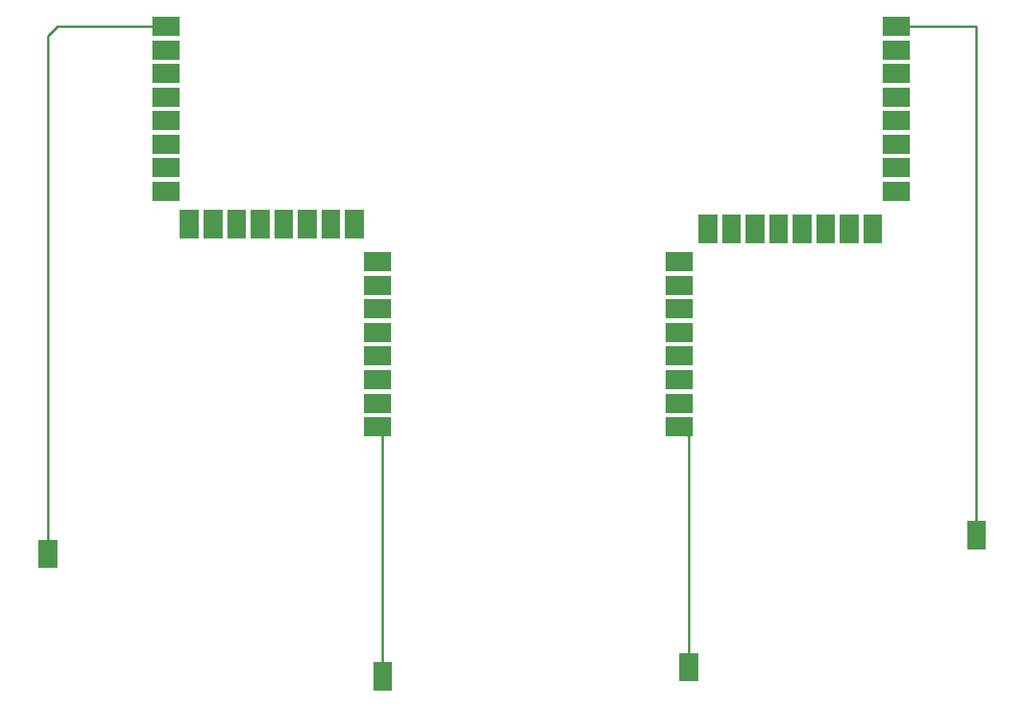
<source format=gbl>
G04 Layer: BottomLayer*
G04 EasyEDA v6.4.25, 2022-01-12T17:36:27--7:00*
G04 12c81a346b754f11b05be9c808d69f64,c152627e17c142f38e8cee34c074023c,10*
G04 Gerber Generator version 0.2*
G04 Scale: 100 percent, Rotated: No, Reflected: No *
G04 Dimensions in millimeters *
G04 leading zeros omitted , absolute positions ,4 integer and 5 decimal *
%FSLAX45Y45*%
%MOMM*%

%ADD10C,0.2540*%
%ADD12R,3.0000X2.0000*%

%LPD*%
D10*
X11150000Y-3999999D02*
G01*
X12000001Y-3999999D01*
X12000001Y-9400001D01*
X8850002Y-8249996D02*
G01*
X8949994Y-8349988D01*
X8949994Y-10800003D01*
X5650001Y-8249998D02*
G01*
X5700001Y-8299998D01*
X5700001Y-10900001D01*
X3399998Y-3999999D02*
G01*
X2250000Y-3999999D01*
X2150000Y-4099999D01*
X2150000Y-9600001D01*
D12*
G01*
X11149990Y-3999992D03*
G01*
X11149990Y-4250004D03*
G01*
X11149990Y-4499990D03*
G01*
X11149990Y-4750003D03*
G01*
X11149990Y-4999989D03*
G01*
X11149990Y-5250002D03*
G01*
X11149990Y-5499988D03*
G01*
X11149990Y-5750001D03*
G36*
X10800001Y-6000000D02*
G01*
X11000000Y-6000000D01*
X11000000Y-6300000D01*
X10800001Y-6300000D01*
G37*
G36*
X10550001Y-6000000D02*
G01*
X10750001Y-6000000D01*
X10750001Y-6300000D01*
X10550001Y-6300000D01*
G37*
G36*
X10300002Y-6000000D02*
G01*
X10500001Y-6000000D01*
X10500001Y-6300000D01*
X10300002Y-6300000D01*
G37*
G36*
X10050002Y-6000000D02*
G01*
X10250002Y-6000000D01*
X10250002Y-6300000D01*
X10050002Y-6300000D01*
G37*
G36*
X9800000Y-6000000D02*
G01*
X10000000Y-6000000D01*
X10000000Y-6300000D01*
X9800000Y-6300000D01*
G37*
G36*
X9550001Y-6000000D02*
G01*
X9750000Y-6000000D01*
X9750000Y-6300000D01*
X9550001Y-6300000D01*
G37*
G36*
X9300001Y-6000000D02*
G01*
X9500001Y-6000000D01*
X9500001Y-6300000D01*
X9300001Y-6300000D01*
G37*
G36*
X9050002Y-6000000D02*
G01*
X9250001Y-6000000D01*
X9250001Y-6300000D01*
X9050002Y-6300000D01*
G37*
G01*
X8849995Y-6500012D03*
G01*
X8849995Y-6749999D03*
G01*
X8849995Y-7000011D03*
G01*
X8849995Y-7249998D03*
G01*
X8849995Y-7500010D03*
G01*
X8849995Y-7749997D03*
G01*
X8849995Y-8000009D03*
G01*
X8849995Y-8249996D03*
G01*
X5650001Y-8249996D03*
G01*
X5650001Y-8000009D03*
G01*
X5650001Y-7749997D03*
G01*
X5650001Y-7500010D03*
G01*
X5650001Y-7249998D03*
G01*
X5650001Y-7000011D03*
G01*
X5650001Y-6749999D03*
G01*
X5650001Y-6500012D03*
G36*
X5299999Y-5950000D02*
G01*
X5499999Y-5950000D01*
X5499999Y-6250000D01*
X5299999Y-6250000D01*
G37*
G36*
X5050000Y-5950000D02*
G01*
X5249999Y-5950000D01*
X5249999Y-6250000D01*
X5050000Y-6250000D01*
G37*
G36*
X4800000Y-5950000D02*
G01*
X5000000Y-5950000D01*
X5000000Y-6250000D01*
X4800000Y-6250000D01*
G37*
G36*
X4550001Y-5950000D02*
G01*
X4750000Y-5950000D01*
X4750000Y-6250000D01*
X4550001Y-6250000D01*
G37*
G36*
X4299999Y-5950000D02*
G01*
X4499998Y-5950000D01*
X4499998Y-6250000D01*
X4299999Y-6250000D01*
G37*
G36*
X4049999Y-5950000D02*
G01*
X4249999Y-5950000D01*
X4249999Y-6250000D01*
X4049999Y-6250000D01*
G37*
G36*
X3800000Y-5950000D02*
G01*
X3999999Y-5950000D01*
X3999999Y-6250000D01*
X3800000Y-6250000D01*
G37*
G36*
X3550000Y-5950000D02*
G01*
X3750000Y-5950000D01*
X3750000Y-6250000D01*
X3550000Y-6250000D01*
G37*
G01*
X3399993Y-5750001D03*
G01*
X3399993Y-5499988D03*
G01*
X3399993Y-5250002D03*
G01*
X3399993Y-4999989D03*
G01*
X3399993Y-4750003D03*
G01*
X3399993Y-4499990D03*
G01*
X3399993Y-4250004D03*
G01*
X3399993Y-3999992D03*
G36*
X8850000Y-10650001D02*
G01*
X9049999Y-10650001D01*
X9049999Y-10950000D01*
X8850000Y-10950000D01*
G37*
G36*
X5600001Y-10750001D02*
G01*
X5800001Y-10750001D01*
X5800001Y-11050000D01*
X5600001Y-11050000D01*
G37*
G36*
X11900001Y-9250001D02*
G01*
X12100001Y-9250001D01*
X12100001Y-9550001D01*
X11900001Y-9550001D01*
G37*
G36*
X2050000Y-9450001D02*
G01*
X2250000Y-9450001D01*
X2250000Y-9750000D01*
X2050000Y-9750000D01*
G37*
M02*

</source>
